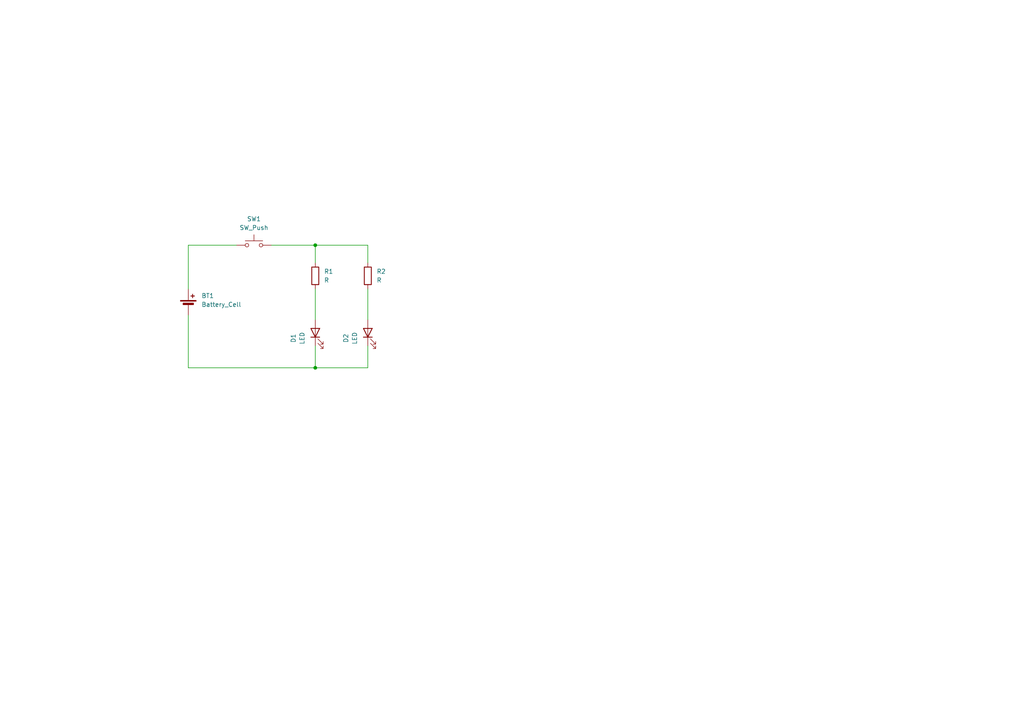
<source format=kicad_sch>
(kicad_sch
	(version 20250114)
	(generator "eeschema")
	(generator_version "9.0")
	(uuid "3e32be04-3dc8-4710-a4c2-b6beba23592e")
	(paper "A4")
	(lib_symbols
		(symbol "Device:Battery_Cell"
			(pin_numbers
				(hide yes)
			)
			(pin_names
				(offset 0)
				(hide yes)
			)
			(exclude_from_sim no)
			(in_bom yes)
			(on_board yes)
			(property "Reference" "BT"
				(at 2.54 2.54 0)
				(effects
					(font
						(size 1.27 1.27)
					)
					(justify left)
				)
			)
			(property "Value" "Battery_Cell"
				(at 2.54 0 0)
				(effects
					(font
						(size 1.27 1.27)
					)
					(justify left)
				)
			)
			(property "Footprint" ""
				(at 0 1.524 90)
				(effects
					(font
						(size 1.27 1.27)
					)
					(hide yes)
				)
			)
			(property "Datasheet" "~"
				(at 0 1.524 90)
				(effects
					(font
						(size 1.27 1.27)
					)
					(hide yes)
				)
			)
			(property "Description" "Single-cell battery"
				(at 0 0 0)
				(effects
					(font
						(size 1.27 1.27)
					)
					(hide yes)
				)
			)
			(property "ki_keywords" "battery cell"
				(at 0 0 0)
				(effects
					(font
						(size 1.27 1.27)
					)
					(hide yes)
				)
			)
			(symbol "Battery_Cell_0_1"
				(rectangle
					(start -2.286 1.778)
					(end 2.286 1.524)
					(stroke
						(width 0)
						(type default)
					)
					(fill
						(type outline)
					)
				)
				(rectangle
					(start -1.524 1.016)
					(end 1.524 0.508)
					(stroke
						(width 0)
						(type default)
					)
					(fill
						(type outline)
					)
				)
				(polyline
					(pts
						(xy 0 1.778) (xy 0 2.54)
					)
					(stroke
						(width 0)
						(type default)
					)
					(fill
						(type none)
					)
				)
				(polyline
					(pts
						(xy 0 0.762) (xy 0 0)
					)
					(stroke
						(width 0)
						(type default)
					)
					(fill
						(type none)
					)
				)
				(polyline
					(pts
						(xy 0.762 3.048) (xy 1.778 3.048)
					)
					(stroke
						(width 0.254)
						(type default)
					)
					(fill
						(type none)
					)
				)
				(polyline
					(pts
						(xy 1.27 3.556) (xy 1.27 2.54)
					)
					(stroke
						(width 0.254)
						(type default)
					)
					(fill
						(type none)
					)
				)
			)
			(symbol "Battery_Cell_1_1"
				(pin passive line
					(at 0 5.08 270)
					(length 2.54)
					(name "+"
						(effects
							(font
								(size 1.27 1.27)
							)
						)
					)
					(number "1"
						(effects
							(font
								(size 1.27 1.27)
							)
						)
					)
				)
				(pin passive line
					(at 0 -2.54 90)
					(length 2.54)
					(name "-"
						(effects
							(font
								(size 1.27 1.27)
							)
						)
					)
					(number "2"
						(effects
							(font
								(size 1.27 1.27)
							)
						)
					)
				)
			)
			(embedded_fonts no)
		)
		(symbol "Device:LED"
			(pin_numbers
				(hide yes)
			)
			(pin_names
				(offset 1.016)
				(hide yes)
			)
			(exclude_from_sim no)
			(in_bom yes)
			(on_board yes)
			(property "Reference" "D"
				(at 0 2.54 0)
				(effects
					(font
						(size 1.27 1.27)
					)
				)
			)
			(property "Value" "LED"
				(at 0 -2.54 0)
				(effects
					(font
						(size 1.27 1.27)
					)
				)
			)
			(property "Footprint" ""
				(at 0 0 0)
				(effects
					(font
						(size 1.27 1.27)
					)
					(hide yes)
				)
			)
			(property "Datasheet" "~"
				(at 0 0 0)
				(effects
					(font
						(size 1.27 1.27)
					)
					(hide yes)
				)
			)
			(property "Description" "Light emitting diode"
				(at 0 0 0)
				(effects
					(font
						(size 1.27 1.27)
					)
					(hide yes)
				)
			)
			(property "Sim.Pins" "1=K 2=A"
				(at 0 0 0)
				(effects
					(font
						(size 1.27 1.27)
					)
					(hide yes)
				)
			)
			(property "ki_keywords" "LED diode"
				(at 0 0 0)
				(effects
					(font
						(size 1.27 1.27)
					)
					(hide yes)
				)
			)
			(property "ki_fp_filters" "LED* LED_SMD:* LED_THT:*"
				(at 0 0 0)
				(effects
					(font
						(size 1.27 1.27)
					)
					(hide yes)
				)
			)
			(symbol "LED_0_1"
				(polyline
					(pts
						(xy -3.048 -0.762) (xy -4.572 -2.286) (xy -3.81 -2.286) (xy -4.572 -2.286) (xy -4.572 -1.524)
					)
					(stroke
						(width 0)
						(type default)
					)
					(fill
						(type none)
					)
				)
				(polyline
					(pts
						(xy -1.778 -0.762) (xy -3.302 -2.286) (xy -2.54 -2.286) (xy -3.302 -2.286) (xy -3.302 -1.524)
					)
					(stroke
						(width 0)
						(type default)
					)
					(fill
						(type none)
					)
				)
				(polyline
					(pts
						(xy -1.27 0) (xy 1.27 0)
					)
					(stroke
						(width 0)
						(type default)
					)
					(fill
						(type none)
					)
				)
				(polyline
					(pts
						(xy -1.27 -1.27) (xy -1.27 1.27)
					)
					(stroke
						(width 0.254)
						(type default)
					)
					(fill
						(type none)
					)
				)
				(polyline
					(pts
						(xy 1.27 -1.27) (xy 1.27 1.27) (xy -1.27 0) (xy 1.27 -1.27)
					)
					(stroke
						(width 0.254)
						(type default)
					)
					(fill
						(type none)
					)
				)
			)
			(symbol "LED_1_1"
				(pin passive line
					(at -3.81 0 0)
					(length 2.54)
					(name "K"
						(effects
							(font
								(size 1.27 1.27)
							)
						)
					)
					(number "1"
						(effects
							(font
								(size 1.27 1.27)
							)
						)
					)
				)
				(pin passive line
					(at 3.81 0 180)
					(length 2.54)
					(name "A"
						(effects
							(font
								(size 1.27 1.27)
							)
						)
					)
					(number "2"
						(effects
							(font
								(size 1.27 1.27)
							)
						)
					)
				)
			)
			(embedded_fonts no)
		)
		(symbol "Device:R"
			(pin_numbers
				(hide yes)
			)
			(pin_names
				(offset 0)
			)
			(exclude_from_sim no)
			(in_bom yes)
			(on_board yes)
			(property "Reference" "R"
				(at 2.032 0 90)
				(effects
					(font
						(size 1.27 1.27)
					)
				)
			)
			(property "Value" "R"
				(at 0 0 90)
				(effects
					(font
						(size 1.27 1.27)
					)
				)
			)
			(property "Footprint" ""
				(at -1.778 0 90)
				(effects
					(font
						(size 1.27 1.27)
					)
					(hide yes)
				)
			)
			(property "Datasheet" "~"
				(at 0 0 0)
				(effects
					(font
						(size 1.27 1.27)
					)
					(hide yes)
				)
			)
			(property "Description" "Resistor"
				(at 0 0 0)
				(effects
					(font
						(size 1.27 1.27)
					)
					(hide yes)
				)
			)
			(property "ki_keywords" "R res resistor"
				(at 0 0 0)
				(effects
					(font
						(size 1.27 1.27)
					)
					(hide yes)
				)
			)
			(property "ki_fp_filters" "R_*"
				(at 0 0 0)
				(effects
					(font
						(size 1.27 1.27)
					)
					(hide yes)
				)
			)
			(symbol "R_0_1"
				(rectangle
					(start -1.016 -2.54)
					(end 1.016 2.54)
					(stroke
						(width 0.254)
						(type default)
					)
					(fill
						(type none)
					)
				)
			)
			(symbol "R_1_1"
				(pin passive line
					(at 0 3.81 270)
					(length 1.27)
					(name "~"
						(effects
							(font
								(size 1.27 1.27)
							)
						)
					)
					(number "1"
						(effects
							(font
								(size 1.27 1.27)
							)
						)
					)
				)
				(pin passive line
					(at 0 -3.81 90)
					(length 1.27)
					(name "~"
						(effects
							(font
								(size 1.27 1.27)
							)
						)
					)
					(number "2"
						(effects
							(font
								(size 1.27 1.27)
							)
						)
					)
				)
			)
			(embedded_fonts no)
		)
		(symbol "Switch:SW_Push"
			(pin_numbers
				(hide yes)
			)
			(pin_names
				(offset 1.016)
				(hide yes)
			)
			(exclude_from_sim no)
			(in_bom yes)
			(on_board yes)
			(property "Reference" "SW"
				(at 1.27 2.54 0)
				(effects
					(font
						(size 1.27 1.27)
					)
					(justify left)
				)
			)
			(property "Value" "SW_Push"
				(at 0 -1.524 0)
				(effects
					(font
						(size 1.27 1.27)
					)
				)
			)
			(property "Footprint" ""
				(at 0 5.08 0)
				(effects
					(font
						(size 1.27 1.27)
					)
					(hide yes)
				)
			)
			(property "Datasheet" "~"
				(at 0 5.08 0)
				(effects
					(font
						(size 1.27 1.27)
					)
					(hide yes)
				)
			)
			(property "Description" "Push button switch, generic, two pins"
				(at 0 0 0)
				(effects
					(font
						(size 1.27 1.27)
					)
					(hide yes)
				)
			)
			(property "ki_keywords" "switch normally-open pushbutton push-button"
				(at 0 0 0)
				(effects
					(font
						(size 1.27 1.27)
					)
					(hide yes)
				)
			)
			(symbol "SW_Push_0_1"
				(circle
					(center -2.032 0)
					(radius 0.508)
					(stroke
						(width 0)
						(type default)
					)
					(fill
						(type none)
					)
				)
				(polyline
					(pts
						(xy 0 1.27) (xy 0 3.048)
					)
					(stroke
						(width 0)
						(type default)
					)
					(fill
						(type none)
					)
				)
				(circle
					(center 2.032 0)
					(radius 0.508)
					(stroke
						(width 0)
						(type default)
					)
					(fill
						(type none)
					)
				)
				(polyline
					(pts
						(xy 2.54 1.27) (xy -2.54 1.27)
					)
					(stroke
						(width 0)
						(type default)
					)
					(fill
						(type none)
					)
				)
				(pin passive line
					(at -5.08 0 0)
					(length 2.54)
					(name "1"
						(effects
							(font
								(size 1.27 1.27)
							)
						)
					)
					(number "1"
						(effects
							(font
								(size 1.27 1.27)
							)
						)
					)
				)
				(pin passive line
					(at 5.08 0 180)
					(length 2.54)
					(name "2"
						(effects
							(font
								(size 1.27 1.27)
							)
						)
					)
					(number "2"
						(effects
							(font
								(size 1.27 1.27)
							)
						)
					)
				)
			)
			(embedded_fonts no)
		)
	)
	(junction
		(at 91.44 106.68)
		(diameter 0)
		(color 0 0 0 0)
		(uuid "3c15a0fd-71fb-45ce-b2b7-0d2b4c54b268")
	)
	(junction
		(at 91.44 71.12)
		(diameter 0)
		(color 0 0 0 0)
		(uuid "41aec085-1a41-4660-a4d2-10d87f4fc74e")
	)
	(wire
		(pts
			(xy 91.44 71.12) (xy 91.44 76.2)
		)
		(stroke
			(width 0)
			(type default)
		)
		(uuid "0e8da7dc-0d29-4fd9-b48c-14a3efb5c623")
	)
	(wire
		(pts
			(xy 54.61 106.68) (xy 54.61 91.44)
		)
		(stroke
			(width 0)
			(type default)
		)
		(uuid "36913f57-f510-4e1a-bd8e-111f7d403814")
	)
	(wire
		(pts
			(xy 106.68 106.68) (xy 91.44 106.68)
		)
		(stroke
			(width 0)
			(type default)
		)
		(uuid "40fc49c7-f781-4099-bd07-85e71bec86d3")
	)
	(wire
		(pts
			(xy 54.61 83.82) (xy 54.61 71.12)
		)
		(stroke
			(width 0)
			(type default)
		)
		(uuid "664cc64c-d467-4868-b252-895d0d017cd7")
	)
	(wire
		(pts
			(xy 106.68 100.33) (xy 106.68 106.68)
		)
		(stroke
			(width 0)
			(type default)
		)
		(uuid "6700db53-fb0d-4cf8-83df-2f7545fca862")
	)
	(wire
		(pts
			(xy 91.44 106.68) (xy 54.61 106.68)
		)
		(stroke
			(width 0)
			(type default)
		)
		(uuid "8e07b577-eee1-4457-8cd2-28a0a17fe068")
	)
	(wire
		(pts
			(xy 91.44 83.82) (xy 91.44 92.71)
		)
		(stroke
			(width 0)
			(type default)
		)
		(uuid "bb0e44cd-ef3d-4c4e-bcdc-13dc02b32d3a")
	)
	(wire
		(pts
			(xy 78.74 71.12) (xy 91.44 71.12)
		)
		(stroke
			(width 0)
			(type default)
		)
		(uuid "c02cad50-6e9b-45f4-9aef-3d01f8cae0fb")
	)
	(wire
		(pts
			(xy 91.44 100.33) (xy 91.44 106.68)
		)
		(stroke
			(width 0)
			(type default)
		)
		(uuid "ddf90860-afae-4821-941b-3cd254d3fe48")
	)
	(wire
		(pts
			(xy 106.68 71.12) (xy 106.68 76.2)
		)
		(stroke
			(width 0)
			(type default)
		)
		(uuid "e9bcceb9-e517-4f40-8978-df246523848d")
	)
	(wire
		(pts
			(xy 91.44 71.12) (xy 106.68 71.12)
		)
		(stroke
			(width 0)
			(type default)
		)
		(uuid "f3ba2c1f-d2be-458f-9932-4f52032a5e5d")
	)
	(wire
		(pts
			(xy 106.68 83.82) (xy 106.68 92.71)
		)
		(stroke
			(width 0)
			(type default)
		)
		(uuid "f4e147ed-d207-4c61-84c6-22e0571dedf1")
	)
	(wire
		(pts
			(xy 54.61 71.12) (xy 68.58 71.12)
		)
		(stroke
			(width 0)
			(type default)
		)
		(uuid "f9f5fd7b-76ed-4937-8f56-af6ea7e5dad8")
	)
	(symbol
		(lib_id "Device:LED")
		(at 106.68 96.52 90)
		(unit 1)
		(exclude_from_sim no)
		(in_bom yes)
		(on_board yes)
		(dnp no)
		(fields_autoplaced yes)
		(uuid "011f82f2-ca85-4d2f-890d-1ad7036dadb5")
		(property "Reference" "D2"
			(at 100.33 98.1075 0)
			(effects
				(font
					(size 1.27 1.27)
				)
			)
		)
		(property "Value" "LED"
			(at 102.87 98.1075 0)
			(effects
				(font
					(size 1.27 1.27)
				)
			)
		)
		(property "Footprint" "LED_THT:LED_D5.0mm"
			(at 106.68 96.52 0)
			(effects
				(font
					(size 1.27 1.27)
				)
				(hide yes)
			)
		)
		(property "Datasheet" "~"
			(at 106.68 96.52 0)
			(effects
				(font
					(size 1.27 1.27)
				)
				(hide yes)
			)
		)
		(property "Description" "Light emitting diode"
			(at 106.68 96.52 0)
			(effects
				(font
					(size 1.27 1.27)
				)
				(hide yes)
			)
		)
		(property "Sim.Pins" "1=K 2=A"
			(at 106.68 96.52 0)
			(effects
				(font
					(size 1.27 1.27)
				)
				(hide yes)
			)
		)
		(pin "1"
			(uuid "c9371019-0168-412c-b860-94adf5341f9d")
		)
		(pin "2"
			(uuid "7700a261-2cb8-4f29-85dc-315333365b86")
		)
		(instances
			(project ""
				(path "/3e32be04-3dc8-4710-a4c2-b6beba23592e"
					(reference "D2")
					(unit 1)
				)
			)
		)
	)
	(symbol
		(lib_id "Device:LED")
		(at 91.44 96.52 90)
		(unit 1)
		(exclude_from_sim no)
		(in_bom yes)
		(on_board yes)
		(dnp no)
		(fields_autoplaced yes)
		(uuid "2e1eeded-093a-4c26-89ae-35f74fc7a058")
		(property "Reference" "D1"
			(at 85.09 98.1075 0)
			(effects
				(font
					(size 1.27 1.27)
				)
			)
		)
		(property "Value" "LED"
			(at 87.63 98.1075 0)
			(effects
				(font
					(size 1.27 1.27)
				)
			)
		)
		(property "Footprint" "LED_THT:LED_D5.0mm"
			(at 91.44 96.52 0)
			(effects
				(font
					(size 1.27 1.27)
				)
				(hide yes)
			)
		)
		(property "Datasheet" "~"
			(at 91.44 96.52 0)
			(effects
				(font
					(size 1.27 1.27)
				)
				(hide yes)
			)
		)
		(property "Description" "Light emitting diode"
			(at 91.44 96.52 0)
			(effects
				(font
					(size 1.27 1.27)
				)
				(hide yes)
			)
		)
		(property "Sim.Pins" "1=K 2=A"
			(at 91.44 96.52 0)
			(effects
				(font
					(size 1.27 1.27)
				)
				(hide yes)
			)
		)
		(pin "1"
			(uuid "2a3588fa-f220-4d2a-a3eb-29acbe101226")
		)
		(pin "2"
			(uuid "9ecfec0e-0e4c-4f2a-8caf-1d5fc41ac835")
		)
		(instances
			(project ""
				(path "/3e32be04-3dc8-4710-a4c2-b6beba23592e"
					(reference "D1")
					(unit 1)
				)
			)
		)
	)
	(symbol
		(lib_id "Device:R")
		(at 91.44 80.01 0)
		(unit 1)
		(exclude_from_sim no)
		(in_bom yes)
		(on_board yes)
		(dnp no)
		(fields_autoplaced yes)
		(uuid "7a052022-8db2-497c-aabd-ec7579a127d3")
		(property "Reference" "R1"
			(at 93.98 78.7399 0)
			(effects
				(font
					(size 1.27 1.27)
				)
				(justify left)
			)
		)
		(property "Value" "R"
			(at 93.98 81.2799 0)
			(effects
				(font
					(size 1.27 1.27)
				)
				(justify left)
			)
		)
		(property "Footprint" "Resistor_THT:R_Axial_DIN0207_L6.3mm_D2.5mm_P7.62mm_Horizontal"
			(at 89.662 80.01 90)
			(effects
				(font
					(size 1.27 1.27)
				)
				(hide yes)
			)
		)
		(property "Datasheet" "~"
			(at 91.44 80.01 0)
			(effects
				(font
					(size 1.27 1.27)
				)
				(hide yes)
			)
		)
		(property "Description" "Resistor"
			(at 91.44 80.01 0)
			(effects
				(font
					(size 1.27 1.27)
				)
				(hide yes)
			)
		)
		(pin "2"
			(uuid "29027815-cb23-4dd0-b36b-ea6df4264c5c")
		)
		(pin "1"
			(uuid "0b0c3eb6-b2de-43fb-9e4c-c4aa02d03554")
		)
		(instances
			(project ""
				(path "/3e32be04-3dc8-4710-a4c2-b6beba23592e"
					(reference "R1")
					(unit 1)
				)
			)
		)
	)
	(symbol
		(lib_id "Switch:SW_Push")
		(at 73.66 71.12 0)
		(unit 1)
		(exclude_from_sim no)
		(in_bom yes)
		(on_board yes)
		(dnp no)
		(fields_autoplaced yes)
		(uuid "997e1505-9218-450e-a958-89eaea6b479b")
		(property "Reference" "SW1"
			(at 73.66 63.5 0)
			(effects
				(font
					(size 1.27 1.27)
				)
			)
		)
		(property "Value" "SW_Push"
			(at 73.66 66.04 0)
			(effects
				(font
					(size 1.27 1.27)
				)
			)
		)
		(property "Footprint" "Button_Switch_THT:SW_PUSH_6mm"
			(at 73.66 66.04 0)
			(effects
				(font
					(size 1.27 1.27)
				)
				(hide yes)
			)
		)
		(property "Datasheet" "~"
			(at 73.66 66.04 0)
			(effects
				(font
					(size 1.27 1.27)
				)
				(hide yes)
			)
		)
		(property "Description" "Push button switch, generic, two pins"
			(at 73.66 71.12 0)
			(effects
				(font
					(size 1.27 1.27)
				)
				(hide yes)
			)
		)
		(pin "2"
			(uuid "50383d26-625c-4fd4-868c-73616c0020ae")
		)
		(pin "1"
			(uuid "22013335-ec6b-46c6-a64a-f4d9daedd270")
		)
		(instances
			(project ""
				(path "/3e32be04-3dc8-4710-a4c2-b6beba23592e"
					(reference "SW1")
					(unit 1)
				)
			)
		)
	)
	(symbol
		(lib_id "Device:Battery_Cell")
		(at 54.61 88.9 0)
		(unit 1)
		(exclude_from_sim no)
		(in_bom yes)
		(on_board yes)
		(dnp no)
		(fields_autoplaced yes)
		(uuid "c7accf1f-7f38-41b8-a686-b612dcde18bd")
		(property "Reference" "BT1"
			(at 58.42 85.7884 0)
			(effects
				(font
					(size 1.27 1.27)
				)
				(justify left)
			)
		)
		(property "Value" "Battery_Cell"
			(at 58.42 88.3284 0)
			(effects
				(font
					(size 1.27 1.27)
				)
				(justify left)
			)
		)
		(property "Footprint" "Battery:BatteryHolder_Keystone_3034_1x20mm"
			(at 54.61 87.376 90)
			(effects
				(font
					(size 1.27 1.27)
				)
				(hide yes)
			)
		)
		(property "Datasheet" "~"
			(at 54.61 87.376 90)
			(effects
				(font
					(size 1.27 1.27)
				)
				(hide yes)
			)
		)
		(property "Description" "Single-cell battery"
			(at 54.61 88.9 0)
			(effects
				(font
					(size 1.27 1.27)
				)
				(hide yes)
			)
		)
		(pin "1"
			(uuid "8712afda-88ae-44b9-85ed-c056d8e841cb")
		)
		(pin "2"
			(uuid "37e7aea8-1b89-4355-b482-f104104ce6e6")
		)
		(instances
			(project ""
				(path "/3e32be04-3dc8-4710-a4c2-b6beba23592e"
					(reference "BT1")
					(unit 1)
				)
			)
		)
	)
	(symbol
		(lib_id "Device:R")
		(at 106.68 80.01 0)
		(unit 1)
		(exclude_from_sim no)
		(in_bom yes)
		(on_board yes)
		(dnp no)
		(fields_autoplaced yes)
		(uuid "e1f31b72-e85f-4258-926e-079d1afa0347")
		(property "Reference" "R2"
			(at 109.22 78.7399 0)
			(effects
				(font
					(size 1.27 1.27)
				)
				(justify left)
			)
		)
		(property "Value" "R"
			(at 109.22 81.2799 0)
			(effects
				(font
					(size 1.27 1.27)
				)
				(justify left)
			)
		)
		(property "Footprint" "Resistor_THT:R_Axial_DIN0207_L6.3mm_D2.5mm_P7.62mm_Horizontal"
			(at 104.902 80.01 90)
			(effects
				(font
					(size 1.27 1.27)
				)
				(hide yes)
			)
		)
		(property "Datasheet" "~"
			(at 106.68 80.01 0)
			(effects
				(font
					(size 1.27 1.27)
				)
				(hide yes)
			)
		)
		(property "Description" "Resistor"
			(at 106.68 80.01 0)
			(effects
				(font
					(size 1.27 1.27)
				)
				(hide yes)
			)
		)
		(pin "2"
			(uuid "e21cca7b-3c16-42d3-8743-5830ac7e2c18")
		)
		(pin "1"
			(uuid "a0b96040-e191-4109-9b28-6df35ce82378")
		)
		(instances
			(project ""
				(path "/3e32be04-3dc8-4710-a4c2-b6beba23592e"
					(reference "R2")
					(unit 1)
				)
			)
		)
	)
	(sheet_instances
		(path "/"
			(page "1")
		)
	)
	(embedded_fonts no)
)

</source>
